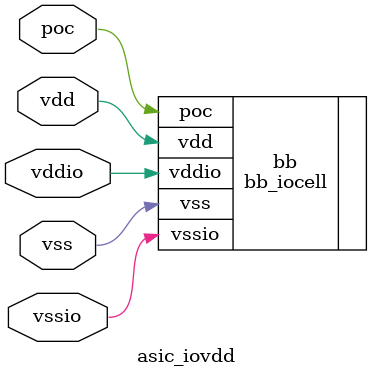
<source format=v>
module asic_iovdd #(
    parameter DIR = "NO",
    parameter TYPE = "SOFT"
) (
    inout vdd,
    inout vss,
    inout vddio,
    inout vssio,
    inout poc
);

bb_iocell bb (
    .vdd(vdd),
    .vss(vss),
    .vddio(vddio),
    .vssio(vssio),
    .poc(poc)
);

endmodule
</source>
